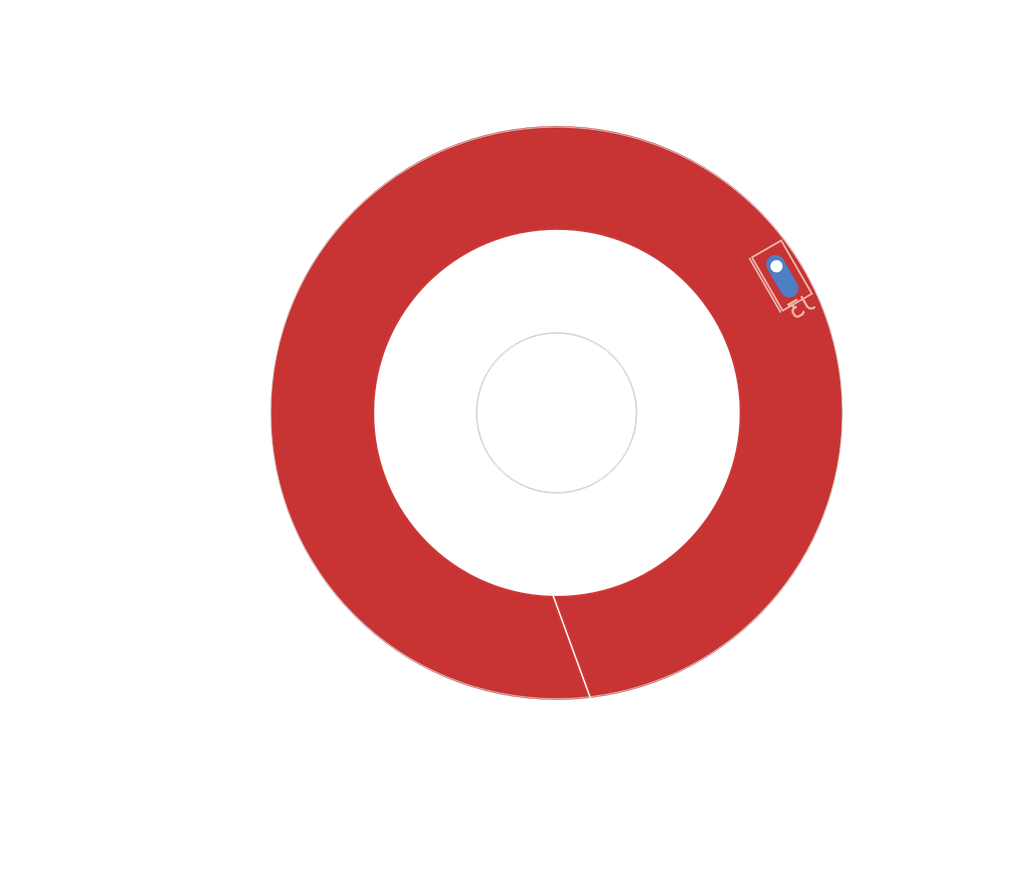
<source format=kicad_pcb>
(kicad_pcb (version 20211014) (generator pcbnew)
  (layers (0 "F.Cu" signal) (31 "B.Cu" signal) (34 "B.Paste" user) (35 "F.Paste" user) (36 "B.SilkS" user "B.Silkscreen") (37 "F.SilkS" user "F.Silkscreen") (38 "B.Mask" user) (39 "F.Mask" user) (44 "Edge.Cuts" user))
  (net 0 "")
  (net 1 "Net-(J1-Pad1)")
  (footprint "CheshBits:SIP-1" (layer "B.Cu") (at 150.368 60.96 -150)
    (fp_text reference "J3" (at -0.083852 -2.394764 30) (layer "B.SilkS") (effects (justify mirror)))
    (fp_text value "Signal")
    (fp_line (start -1.1 2) (end 1.1 2) (layer "B.SilkS") (width 0.12))
    (fp_line (start 1.1 2) (end 1.1 -2) (layer "B.SilkS") (width 0.12))
    (fp_line (start 1.1 -2) (end -1.1 -2) (layer "B.SilkS") (width 0.12))
    (fp_line (start -1.1 -2) (end -1.1 2) (layer "B.SilkS") (width 0.12))
    (fp_line (start 1.27 2) (end 1.27 -2) (layer "B.SilkS") (width 0.12))
    (pad "1" thru_hole oval (at 0 0.7 210) (size 1.2 3) (drill 0.8 (offset 0 -0.75)) (layers *.Cu *.Mask) (net 1 "Net-(J1-Pad1)"))
  )
  (gr_poly (pts (xy 135.700001 51.247742) (xy 136.65751 51.272012) (xy 137.602451 51.344039) (xy 138.533653 51.462652) (xy 139.449949 51.626679) (xy 140.350168 51.834948) (xy 141.233142 52.086288) (xy 142.097702 52.379526) (xy 142.942677 52.71349) (xy 143.7669 53.087008) (xy 144.5692 53.49891) (xy 145.34841 53.948022) (xy 146.103358 54.433173) (xy 146.832878 54.953191) (xy 147.535798 55.506904) (xy 148.21095 56.09314) (xy 148.857165 56.710727) (xy 149.473274 57.358494) (xy 150.058107 58.035268) (xy 150.610495 58.739878) (xy 151.12927 59.471152) (xy 151.613261 60.227918) (xy 152.0613 61.009003) (xy 152.472218 61.813236) (xy 152.844845 62.639446) (xy 153.178012 63.48646) (xy 153.470551 64.353106) (xy 153.721291 65.238213) (xy 153.929064 66.140608) (xy 154.0927 67.05912) (xy 154.211031 67.992577) (xy 154.282887 68.939807) (xy 154.307098 69.899638) (xy 154.286338 70.788547) (xy 154.224675 71.666729) (xy 154.123038 72.533255) (xy 153.982353 73.387194) (xy 153.803549 74.227619) (xy 153.587553 75.053599) (xy 153.335292 75.864205) (xy 153.047695 76.658508) (xy 152.725688 77.435579) (xy 152.3702 78.194489) (xy 151.982158 78.934308) (xy 151.562489 79.654107) (xy 151.112121 80.352957) (xy 150.631982 81.029929) (xy 150.122999 81.684094) (xy 149.5861 82.314521) (xy 149.022213 82.920282) (xy 148.432264 83.500448) (xy 147.817183 84.05409) (xy 147.177895 84.580277) (xy 146.515329 85.078082) (xy 145.830413 85.546574) (xy 145.124074 85.984825) (xy 144.397239 86.391905) (xy 143.650836 86.766885) (xy 142.885793 87.108836) (xy 142.103037 87.416829) (xy 141.303496 87.689934) (xy 140.488098 87.927221) (xy 139.65777 88.127763) (xy 138.813439 88.290629) (xy 137.956034 88.414891) (xy 135.559021 81.829363) (xy 135.641667 81.830719) (xy 135.683108 81.831295) (xy 135.724583 81.831532) (xy 136.337728 81.816004) (xy 136.942826 81.769921) (xy 137.539128 81.694033) (xy 138.125884 81.589089) (xy 138.702347 81.45584) (xy 139.267767 81.295034) (xy 139.821396 81.107423) (xy 140.362484 80.893755) (xy 140.890284 80.654782) (xy 141.404047 80.391251) (xy 141.903023 80.103915) (xy 142.386463 79.793522) (xy 142.853621 79.460822) (xy 143.303745 79.106565) (xy 143.736089 78.731501) (xy 144.149902 78.33638) (xy 144.544436 77.921951) (xy 144.918944 77.488965) (xy 145.272674 77.038172) (xy 145.60488 76.57032) (xy 145.914813 76.086161) (xy 146.201722 75.586444) (xy 146.464861 75.071919) (xy 146.703479 74.543336) (xy 146.916829 74.001444) (xy 147.104162 73.446993) (xy 147.264728 72.880734) (xy 147.39778 72.303416) (xy 147.502568 71.71579) (xy 147.578343 71.118604) (xy 147.624358 70.512609) (xy 147.639862 69.898554) (xy 147.624358 69.284468) (xy 147.578343 68.678445) (xy 147.502568 68.081236) (xy 147.39778 67.493588) (xy 147.264728 66.916254) (xy 147.104162 66.349981) (xy 146.916829 65.79552) (xy 146.703479 65.253621) (xy 146.464861 64.725032) (xy 146.201722 64.210505) (xy 145.914813 63.710787) (xy 145.60488 63.22663) (xy 145.272674 62.758782) (xy 144.918944 62.307994) (xy 144.544436 61.875015) (xy 144.149902 61.460594) (xy 143.736089 61.065482) (xy 143.303745 60.690428) (xy 142.853621 60.336182) (xy 142.386463 60.003493) (xy 141.903023 59.693111) (xy 141.404047 59.405785) (xy 140.890284 59.142266) (xy 140.362484 58.903304) (xy 139.821396 58.689646) (xy 139.267767 58.502045) (xy 138.702347 58.341248) (xy 138.125884 58.208006) (xy 137.539128 58.103068) (xy 136.942826 58.027184) (xy 136.337728 57.981104) (xy 135.724583 57.965578) (xy 135.111437 57.981106) (xy 134.506339 58.027188) (xy 133.910037 58.103077) (xy 133.32328 58.208021) (xy 132.746817 58.34127) (xy 132.181397 58.502076) (xy 131.627768 58.689687) (xy 131.08668 58.903354) (xy 130.55888 59.142328) (xy 130.045117 59.405858) (xy 129.546141 59.693195) (xy 129.0627 60.003588) (xy 128.595543 60.336288) (xy 128.145418 60.690545) (xy 127.713075 61.065609) (xy 127.299261 61.46073) (xy 126.904727 61.875158) (xy 126.530219 62.308144) (xy 126.176488 62.758938) (xy 125.844283 63.226789) (xy 125.53435 63.710948) (xy 125.24744 64.210665) (xy 124.984302 64.72519) (xy 124.745683 65.253773) (xy 124.532333 65.795665) (xy 124.345001 66.350115) (xy 124.184434 66.916374) (xy 124.051383 67.493692) (xy 123.946595 68.081319) (xy 123.870819 68.678505) (xy 123.824805 69.2845) (xy 123.8093 69.898554) (xy 123.824327 70.503135) (xy 123.868929 71.099913) (xy 123.942394 71.688174) (xy 124.044007 72.267203) (xy 124.173054 72.836284) (xy 124.328821 73.394701) (xy 124.510593 73.941741) (xy 124.717657 74.476687) (xy 124.949297 74.998824) (xy 125.204801 75.507438) (xy 125.483453 76.001813) (xy 125.78454 76.481234) (xy 126.107347 76.944986) (xy 126.45116 77.392353) (xy 126.815266 77.822621) (xy 127.198949 78.235074) (xy 127.601496 78.628997) (xy 128.022192 79.003674) (xy 128.460323 79.358392) (xy 128.915176 79.692434) (xy 129.386035 80.005085) (xy 129.872187 80.29563) (xy 130.372917 80.563354) (xy 130.887512 80.807542) (xy 131.415257 81.027478) (xy 131.955437 81.222448) (xy 132.50734 81.391736) (xy 133.07025 81.534627) (xy 133.643453 81.650406) (xy 134.226235 81.738357) (xy 134.817883 81.797766) (xy 135.417681 81.827917) (xy 137.820835 88.430802) (xy 137.559245 88.458749) (xy 137.296642 88.483176) (xy 137.033031 88.504019) (xy 136.768416 88.521216) (xy 136.502801 88.534701) (xy 136.236191 88.544413) (xy 135.968589 88.550286) (xy 135.700001 88.552258) (xy 134.742492 88.527988) (xy 133.797551 88.455961) (xy 132.866349 88.337348) (xy 131.950053 88.173321) (xy 131.049834 87.965051) (xy 130.16686 87.713712) (xy 129.302301 87.420474) (xy 128.457325 87.08651) (xy 127.633102 86.712991) (xy 126.830802 86.30109) (xy 126.051593 85.851978) (xy 125.296644 85.366827) (xy 124.567125 84.846809) (xy 123.864204 84.293096) (xy 123.189052 83.70686) (xy 122.542837 83.089273) (xy 121.926728 82.441506) (xy 121.341895 81.764731) (xy 120.789507 81.060121) (xy 120.270732 80.328848) (xy 119.786741 79.572082) (xy 119.338701 78.790997) (xy 118.927784 77.986763) (xy 118.555156 77.160554) (xy 118.221989 76.31354) (xy 117.929451 75.446894) (xy 117.67871 74.561787) (xy 117.470938 73.659392) (xy 117.307301 72.74088) (xy 117.18897 71.807423) (xy 117.117115 70.860193) (xy 117.092903 69.900362) (xy 117.117115 68.940531) (xy 117.18897 67.993302) (xy 117.307301 67.059845) (xy 117.470938 66.141332) (xy 117.67871 65.238937) (xy 117.929451 64.35383) (xy 118.221989 63.487184) (xy 118.555156 62.64017) (xy 118.927784 61.81396) (xy 119.338701 61.009726) (xy 119.786741 60.228641) (xy 120.270732 59.471875) (xy 120.789507 58.740602) (xy 121.341895 58.035992) (xy 121.926728 57.359217) (xy 122.542837 56.71145) (xy 123.189052 56.093863) (xy 123.864204 55.507627) (xy 124.567125 54.953914) (xy 125.296644 54.433896) (xy 126.051593 53.948745) (xy 126.830802 53.499633) (xy 127.633102 53.087731) (xy 128.457325 52.714213) (xy 129.302301 52.380249) (xy 130.16686 52.087011) (xy 131.049834 51.835671) (xy 131.950053 51.627402) (xy 132.866349 51.463375) (xy 133.797551 51.344762) (xy 134.742492 51.272734) (xy 135.700001 51.248465) (xy 135.700001 51.247742)) (layer "F.Cu") (width 0.036148) (fill solid))
  (gr_circle (center 135.7 69.9) (end 154.3 69.9) (layer "Edge.Cuts") (width 0.05) (fill none))
  (gr_circle (center 135.7 69.9) (end 130.5 69.9) (layer "Edge.Cuts") (width 0.1) (fill none))
)
</source>
